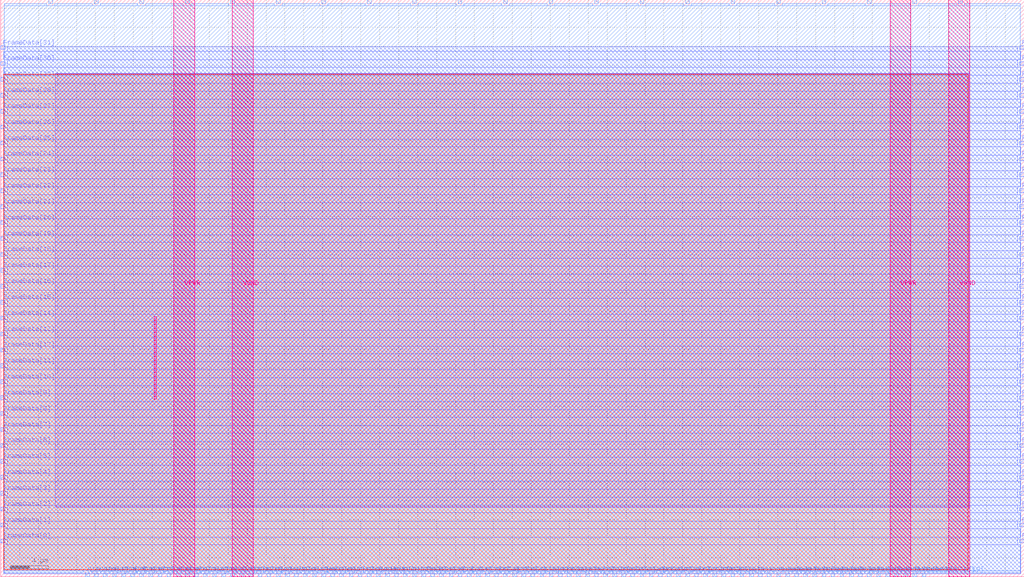
<source format=lef>
VERSION 5.7 ;
  NOWIREEXTENSIONATPIN ON ;
  DIVIDERCHAR "/" ;
  BUSBITCHARS "[]" ;
MACRO N_term_IHP_SRAM
  CLASS BLOCK ;
  FOREIGN N_term_IHP_SRAM ;
  ORIGIN 0.000 0.000 ;
  SIZE 108.000 BY 60.900 ;
  PIN FrameData[0]
    DIRECTION INPUT ;
    USE SIGNAL ;
    ANTENNAGATEAREA 0.180700 ;
    PORT
      LAYER Metal2 ;
        RECT 0.000 3.580 0.450 3.980 ;
    END
  END FrameData[0]
  PIN FrameData[10]
    DIRECTION INPUT ;
    USE SIGNAL ;
    ANTENNAGATEAREA 0.180700 ;
    PORT
      LAYER Metal2 ;
        RECT 0.000 20.380 0.450 20.780 ;
    END
  END FrameData[10]
  PIN FrameData[11]
    DIRECTION INPUT ;
    USE SIGNAL ;
    ANTENNAGATEAREA 0.180700 ;
    PORT
      LAYER Metal2 ;
        RECT 0.000 22.060 0.450 22.460 ;
    END
  END FrameData[11]
  PIN FrameData[12]
    DIRECTION INPUT ;
    USE SIGNAL ;
    ANTENNAGATEAREA 0.180700 ;
    PORT
      LAYER Metal2 ;
        RECT 0.000 23.740 0.450 24.140 ;
    END
  END FrameData[12]
  PIN FrameData[13]
    DIRECTION INPUT ;
    USE SIGNAL ;
    ANTENNAGATEAREA 0.180700 ;
    PORT
      LAYER Metal2 ;
        RECT 0.000 25.420 0.450 25.820 ;
    END
  END FrameData[13]
  PIN FrameData[14]
    DIRECTION INPUT ;
    USE SIGNAL ;
    ANTENNAGATEAREA 0.180700 ;
    PORT
      LAYER Metal2 ;
        RECT 0.000 27.100 0.450 27.500 ;
    END
  END FrameData[14]
  PIN FrameData[15]
    DIRECTION INPUT ;
    USE SIGNAL ;
    ANTENNAGATEAREA 0.180700 ;
    PORT
      LAYER Metal2 ;
        RECT 0.000 28.780 0.450 29.180 ;
    END
  END FrameData[15]
  PIN FrameData[16]
    DIRECTION INPUT ;
    USE SIGNAL ;
    ANTENNAGATEAREA 0.180700 ;
    PORT
      LAYER Metal2 ;
        RECT 0.000 30.460 0.450 30.860 ;
    END
  END FrameData[16]
  PIN FrameData[17]
    DIRECTION INPUT ;
    USE SIGNAL ;
    ANTENNAGATEAREA 0.180700 ;
    PORT
      LAYER Metal2 ;
        RECT 0.000 32.140 0.450 32.540 ;
    END
  END FrameData[17]
  PIN FrameData[18]
    DIRECTION INPUT ;
    USE SIGNAL ;
    ANTENNAGATEAREA 0.180700 ;
    PORT
      LAYER Metal2 ;
        RECT 0.000 33.820 0.450 34.220 ;
    END
  END FrameData[18]
  PIN FrameData[19]
    DIRECTION INPUT ;
    USE SIGNAL ;
    ANTENNAGATEAREA 0.180700 ;
    PORT
      LAYER Metal2 ;
        RECT 0.000 35.500 0.450 35.900 ;
    END
  END FrameData[19]
  PIN FrameData[1]
    DIRECTION INPUT ;
    USE SIGNAL ;
    ANTENNAGATEAREA 0.180700 ;
    PORT
      LAYER Metal2 ;
        RECT 0.000 5.260 0.450 5.660 ;
    END
  END FrameData[1]
  PIN FrameData[20]
    DIRECTION INPUT ;
    USE SIGNAL ;
    ANTENNAGATEAREA 0.180700 ;
    PORT
      LAYER Metal2 ;
        RECT 0.000 37.180 0.450 37.580 ;
    END
  END FrameData[20]
  PIN FrameData[21]
    DIRECTION INPUT ;
    USE SIGNAL ;
    ANTENNAGATEAREA 0.180700 ;
    PORT
      LAYER Metal2 ;
        RECT 0.000 38.860 0.450 39.260 ;
    END
  END FrameData[21]
  PIN FrameData[22]
    DIRECTION INPUT ;
    USE SIGNAL ;
    ANTENNAGATEAREA 0.180700 ;
    PORT
      LAYER Metal2 ;
        RECT 0.000 40.540 0.450 40.940 ;
    END
  END FrameData[22]
  PIN FrameData[23]
    DIRECTION INPUT ;
    USE SIGNAL ;
    ANTENNAGATEAREA 0.180700 ;
    PORT
      LAYER Metal2 ;
        RECT 0.000 42.220 0.450 42.620 ;
    END
  END FrameData[23]
  PIN FrameData[24]
    DIRECTION INPUT ;
    USE SIGNAL ;
    ANTENNAGATEAREA 0.180700 ;
    PORT
      LAYER Metal2 ;
        RECT 0.000 43.900 0.450 44.300 ;
    END
  END FrameData[24]
  PIN FrameData[25]
    DIRECTION INPUT ;
    USE SIGNAL ;
    ANTENNAGATEAREA 0.180700 ;
    PORT
      LAYER Metal2 ;
        RECT 0.000 45.580 0.450 45.980 ;
    END
  END FrameData[25]
  PIN FrameData[26]
    DIRECTION INPUT ;
    USE SIGNAL ;
    ANTENNAGATEAREA 0.180700 ;
    PORT
      LAYER Metal2 ;
        RECT 0.000 47.260 0.450 47.660 ;
    END
  END FrameData[26]
  PIN FrameData[27]
    DIRECTION INPUT ;
    USE SIGNAL ;
    ANTENNAGATEAREA 0.180700 ;
    PORT
      LAYER Metal2 ;
        RECT 0.000 48.940 0.450 49.340 ;
    END
  END FrameData[27]
  PIN FrameData[28]
    DIRECTION INPUT ;
    USE SIGNAL ;
    ANTENNAGATEAREA 0.180700 ;
    PORT
      LAYER Metal2 ;
        RECT 0.000 50.620 0.450 51.020 ;
    END
  END FrameData[28]
  PIN FrameData[29]
    DIRECTION INPUT ;
    USE SIGNAL ;
    ANTENNAGATEAREA 0.180700 ;
    PORT
      LAYER Metal2 ;
        RECT 0.000 52.300 0.450 52.700 ;
    END
  END FrameData[29]
  PIN FrameData[2]
    DIRECTION INPUT ;
    USE SIGNAL ;
    ANTENNAGATEAREA 0.180700 ;
    PORT
      LAYER Metal2 ;
        RECT 0.000 6.940 0.450 7.340 ;
    END
  END FrameData[2]
  PIN FrameData[30]
    DIRECTION INPUT ;
    USE SIGNAL ;
    ANTENNAGATEAREA 0.180700 ;
    PORT
      LAYER Metal2 ;
        RECT 0.000 53.980 0.450 54.380 ;
    END
  END FrameData[30]
  PIN FrameData[31]
    DIRECTION INPUT ;
    USE SIGNAL ;
    ANTENNAGATEAREA 0.180700 ;
    PORT
      LAYER Metal2 ;
        RECT 0.000 55.660 0.450 56.060 ;
    END
  END FrameData[31]
  PIN FrameData[3]
    DIRECTION INPUT ;
    USE SIGNAL ;
    ANTENNAGATEAREA 0.180700 ;
    PORT
      LAYER Metal2 ;
        RECT 0.000 8.620 0.450 9.020 ;
    END
  END FrameData[3]
  PIN FrameData[4]
    DIRECTION INPUT ;
    USE SIGNAL ;
    ANTENNAGATEAREA 0.180700 ;
    PORT
      LAYER Metal2 ;
        RECT 0.000 10.300 0.450 10.700 ;
    END
  END FrameData[4]
  PIN FrameData[5]
    DIRECTION INPUT ;
    USE SIGNAL ;
    ANTENNAGATEAREA 0.180700 ;
    PORT
      LAYER Metal2 ;
        RECT 0.000 11.980 0.450 12.380 ;
    END
  END FrameData[5]
  PIN FrameData[6]
    DIRECTION INPUT ;
    USE SIGNAL ;
    ANTENNAGATEAREA 0.180700 ;
    PORT
      LAYER Metal2 ;
        RECT 0.000 13.660 0.450 14.060 ;
    END
  END FrameData[6]
  PIN FrameData[7]
    DIRECTION INPUT ;
    USE SIGNAL ;
    ANTENNAGATEAREA 0.180700 ;
    PORT
      LAYER Metal2 ;
        RECT 0.000 15.340 0.450 15.740 ;
    END
  END FrameData[7]
  PIN FrameData[8]
    DIRECTION INPUT ;
    USE SIGNAL ;
    ANTENNAGATEAREA 0.180700 ;
    PORT
      LAYER Metal2 ;
        RECT 0.000 17.020 0.450 17.420 ;
    END
  END FrameData[8]
  PIN FrameData[9]
    DIRECTION INPUT ;
    USE SIGNAL ;
    ANTENNAGATEAREA 0.180700 ;
    PORT
      LAYER Metal2 ;
        RECT 0.000 18.700 0.450 19.100 ;
    END
  END FrameData[9]
  PIN FrameData_O[0]
    DIRECTION OUTPUT ;
    USE SIGNAL ;
    ANTENNADIFFAREA 0.654800 ;
    PORT
      LAYER Metal2 ;
        RECT 107.550 3.580 108.000 3.980 ;
    END
  END FrameData_O[0]
  PIN FrameData_O[10]
    DIRECTION OUTPUT ;
    USE SIGNAL ;
    ANTENNADIFFAREA 0.654800 ;
    PORT
      LAYER Metal2 ;
        RECT 107.550 20.380 108.000 20.780 ;
    END
  END FrameData_O[10]
  PIN FrameData_O[11]
    DIRECTION OUTPUT ;
    USE SIGNAL ;
    ANTENNADIFFAREA 0.654800 ;
    PORT
      LAYER Metal2 ;
        RECT 107.550 22.060 108.000 22.460 ;
    END
  END FrameData_O[11]
  PIN FrameData_O[12]
    DIRECTION OUTPUT ;
    USE SIGNAL ;
    ANTENNADIFFAREA 0.654800 ;
    PORT
      LAYER Metal2 ;
        RECT 107.550 23.740 108.000 24.140 ;
    END
  END FrameData_O[12]
  PIN FrameData_O[13]
    DIRECTION OUTPUT ;
    USE SIGNAL ;
    ANTENNADIFFAREA 0.654800 ;
    PORT
      LAYER Metal2 ;
        RECT 107.550 25.420 108.000 25.820 ;
    END
  END FrameData_O[13]
  PIN FrameData_O[14]
    DIRECTION OUTPUT ;
    USE SIGNAL ;
    ANTENNADIFFAREA 0.654800 ;
    PORT
      LAYER Metal2 ;
        RECT 107.550 27.100 108.000 27.500 ;
    END
  END FrameData_O[14]
  PIN FrameData_O[15]
    DIRECTION OUTPUT ;
    USE SIGNAL ;
    ANTENNADIFFAREA 0.654800 ;
    PORT
      LAYER Metal2 ;
        RECT 107.550 28.780 108.000 29.180 ;
    END
  END FrameData_O[15]
  PIN FrameData_O[16]
    DIRECTION OUTPUT ;
    USE SIGNAL ;
    ANTENNADIFFAREA 0.654800 ;
    PORT
      LAYER Metal2 ;
        RECT 107.550 30.460 108.000 30.860 ;
    END
  END FrameData_O[16]
  PIN FrameData_O[17]
    DIRECTION OUTPUT ;
    USE SIGNAL ;
    ANTENNADIFFAREA 0.654800 ;
    PORT
      LAYER Metal2 ;
        RECT 107.550 32.140 108.000 32.540 ;
    END
  END FrameData_O[17]
  PIN FrameData_O[18]
    DIRECTION OUTPUT ;
    USE SIGNAL ;
    ANTENNADIFFAREA 0.654800 ;
    PORT
      LAYER Metal2 ;
        RECT 107.550 33.820 108.000 34.220 ;
    END
  END FrameData_O[18]
  PIN FrameData_O[19]
    DIRECTION OUTPUT ;
    USE SIGNAL ;
    ANTENNADIFFAREA 0.654800 ;
    PORT
      LAYER Metal2 ;
        RECT 107.550 35.500 108.000 35.900 ;
    END
  END FrameData_O[19]
  PIN FrameData_O[1]
    DIRECTION OUTPUT ;
    USE SIGNAL ;
    ANTENNADIFFAREA 0.654800 ;
    PORT
      LAYER Metal2 ;
        RECT 107.550 5.260 108.000 5.660 ;
    END
  END FrameData_O[1]
  PIN FrameData_O[20]
    DIRECTION OUTPUT ;
    USE SIGNAL ;
    ANTENNADIFFAREA 0.654800 ;
    PORT
      LAYER Metal2 ;
        RECT 107.550 37.180 108.000 37.580 ;
    END
  END FrameData_O[20]
  PIN FrameData_O[21]
    DIRECTION OUTPUT ;
    USE SIGNAL ;
    ANTENNADIFFAREA 0.654800 ;
    PORT
      LAYER Metal2 ;
        RECT 107.550 38.860 108.000 39.260 ;
    END
  END FrameData_O[21]
  PIN FrameData_O[22]
    DIRECTION OUTPUT ;
    USE SIGNAL ;
    ANTENNADIFFAREA 0.654800 ;
    PORT
      LAYER Metal2 ;
        RECT 107.550 40.540 108.000 40.940 ;
    END
  END FrameData_O[22]
  PIN FrameData_O[23]
    DIRECTION OUTPUT ;
    USE SIGNAL ;
    ANTENNADIFFAREA 0.654800 ;
    PORT
      LAYER Metal2 ;
        RECT 107.550 42.220 108.000 42.620 ;
    END
  END FrameData_O[23]
  PIN FrameData_O[24]
    DIRECTION OUTPUT ;
    USE SIGNAL ;
    ANTENNADIFFAREA 0.654800 ;
    PORT
      LAYER Metal2 ;
        RECT 107.550 43.900 108.000 44.300 ;
    END
  END FrameData_O[24]
  PIN FrameData_O[25]
    DIRECTION OUTPUT ;
    USE SIGNAL ;
    ANTENNADIFFAREA 0.654800 ;
    PORT
      LAYER Metal2 ;
        RECT 107.550 45.580 108.000 45.980 ;
    END
  END FrameData_O[25]
  PIN FrameData_O[26]
    DIRECTION OUTPUT ;
    USE SIGNAL ;
    ANTENNADIFFAREA 0.654800 ;
    PORT
      LAYER Metal2 ;
        RECT 107.550 47.260 108.000 47.660 ;
    END
  END FrameData_O[26]
  PIN FrameData_O[27]
    DIRECTION OUTPUT ;
    USE SIGNAL ;
    ANTENNADIFFAREA 0.654800 ;
    PORT
      LAYER Metal2 ;
        RECT 107.550 48.940 108.000 49.340 ;
    END
  END FrameData_O[27]
  PIN FrameData_O[28]
    DIRECTION OUTPUT ;
    USE SIGNAL ;
    ANTENNADIFFAREA 0.654800 ;
    PORT
      LAYER Metal2 ;
        RECT 107.550 50.620 108.000 51.020 ;
    END
  END FrameData_O[28]
  PIN FrameData_O[29]
    DIRECTION OUTPUT ;
    USE SIGNAL ;
    ANTENNADIFFAREA 0.654800 ;
    PORT
      LAYER Metal2 ;
        RECT 107.550 52.300 108.000 52.700 ;
    END
  END FrameData_O[29]
  PIN FrameData_O[2]
    DIRECTION OUTPUT ;
    USE SIGNAL ;
    ANTENNADIFFAREA 0.654800 ;
    PORT
      LAYER Metal2 ;
        RECT 107.550 6.940 108.000 7.340 ;
    END
  END FrameData_O[2]
  PIN FrameData_O[30]
    DIRECTION OUTPUT ;
    USE SIGNAL ;
    ANTENNADIFFAREA 0.654800 ;
    PORT
      LAYER Metal2 ;
        RECT 107.550 53.980 108.000 54.380 ;
    END
  END FrameData_O[30]
  PIN FrameData_O[31]
    DIRECTION OUTPUT ;
    USE SIGNAL ;
    ANTENNADIFFAREA 0.654800 ;
    PORT
      LAYER Metal2 ;
        RECT 107.550 55.660 108.000 56.060 ;
    END
  END FrameData_O[31]
  PIN FrameData_O[3]
    DIRECTION OUTPUT ;
    USE SIGNAL ;
    ANTENNADIFFAREA 0.654800 ;
    PORT
      LAYER Metal2 ;
        RECT 107.550 8.620 108.000 9.020 ;
    END
  END FrameData_O[3]
  PIN FrameData_O[4]
    DIRECTION OUTPUT ;
    USE SIGNAL ;
    ANTENNADIFFAREA 0.654800 ;
    PORT
      LAYER Metal2 ;
        RECT 107.550 10.300 108.000 10.700 ;
    END
  END FrameData_O[4]
  PIN FrameData_O[5]
    DIRECTION OUTPUT ;
    USE SIGNAL ;
    ANTENNADIFFAREA 0.654800 ;
    PORT
      LAYER Metal2 ;
        RECT 107.550 11.980 108.000 12.380 ;
    END
  END FrameData_O[5]
  PIN FrameData_O[6]
    DIRECTION OUTPUT ;
    USE SIGNAL ;
    ANTENNADIFFAREA 0.654800 ;
    PORT
      LAYER Metal2 ;
        RECT 107.550 13.660 108.000 14.060 ;
    END
  END FrameData_O[6]
  PIN FrameData_O[7]
    DIRECTION OUTPUT ;
    USE SIGNAL ;
    ANTENNADIFFAREA 0.654800 ;
    PORT
      LAYER Metal2 ;
        RECT 107.550 15.340 108.000 15.740 ;
    END
  END FrameData_O[7]
  PIN FrameData_O[8]
    DIRECTION OUTPUT ;
    USE SIGNAL ;
    ANTENNADIFFAREA 0.654800 ;
    PORT
      LAYER Metal2 ;
        RECT 107.550 17.020 108.000 17.420 ;
    END
  END FrameData_O[8]
  PIN FrameData_O[9]
    DIRECTION OUTPUT ;
    USE SIGNAL ;
    ANTENNADIFFAREA 0.654800 ;
    PORT
      LAYER Metal2 ;
        RECT 107.550 18.700 108.000 19.100 ;
    END
  END FrameData_O[9]
  PIN FrameStrobe[0]
    DIRECTION INPUT ;
    USE SIGNAL ;
    ANTENNAGATEAREA 0.180700 ;
    PORT
      LAYER Metal3 ;
        RECT 79.000 0.000 79.400 0.400 ;
    END
  END FrameStrobe[0]
  PIN FrameStrobe[10]
    DIRECTION INPUT ;
    USE SIGNAL ;
    ANTENNAGATEAREA 0.180700 ;
    PORT
      LAYER Metal3 ;
        RECT 88.600 0.000 89.000 0.400 ;
    END
  END FrameStrobe[10]
  PIN FrameStrobe[11]
    DIRECTION INPUT ;
    USE SIGNAL ;
    ANTENNAGATEAREA 0.180700 ;
    PORT
      LAYER Metal3 ;
        RECT 89.560 0.000 89.960 0.400 ;
    END
  END FrameStrobe[11]
  PIN FrameStrobe[12]
    DIRECTION INPUT ;
    USE SIGNAL ;
    ANTENNAGATEAREA 0.180700 ;
    PORT
      LAYER Metal3 ;
        RECT 90.520 0.000 90.920 0.400 ;
    END
  END FrameStrobe[12]
  PIN FrameStrobe[13]
    DIRECTION INPUT ;
    USE SIGNAL ;
    ANTENNAGATEAREA 0.180700 ;
    PORT
      LAYER Metal3 ;
        RECT 91.480 0.000 91.880 0.400 ;
    END
  END FrameStrobe[13]
  PIN FrameStrobe[14]
    DIRECTION INPUT ;
    USE SIGNAL ;
    ANTENNAGATEAREA 0.180700 ;
    PORT
      LAYER Metal3 ;
        RECT 92.440 0.000 92.840 0.400 ;
    END
  END FrameStrobe[14]
  PIN FrameStrobe[15]
    DIRECTION INPUT ;
    USE SIGNAL ;
    ANTENNAGATEAREA 0.180700 ;
    PORT
      LAYER Metal3 ;
        RECT 93.400 0.000 93.800 0.400 ;
    END
  END FrameStrobe[15]
  PIN FrameStrobe[16]
    DIRECTION INPUT ;
    USE SIGNAL ;
    ANTENNAGATEAREA 0.180700 ;
    PORT
      LAYER Metal3 ;
        RECT 94.360 0.000 94.760 0.400 ;
    END
  END FrameStrobe[16]
  PIN FrameStrobe[17]
    DIRECTION INPUT ;
    USE SIGNAL ;
    ANTENNAGATEAREA 0.180700 ;
    PORT
      LAYER Metal3 ;
        RECT 95.320 0.000 95.720 0.400 ;
    END
  END FrameStrobe[17]
  PIN FrameStrobe[18]
    DIRECTION INPUT ;
    USE SIGNAL ;
    ANTENNAGATEAREA 0.180700 ;
    PORT
      LAYER Metal3 ;
        RECT 96.280 0.000 96.680 0.400 ;
    END
  END FrameStrobe[18]
  PIN FrameStrobe[19]
    DIRECTION INPUT ;
    USE SIGNAL ;
    ANTENNAGATEAREA 0.180700 ;
    PORT
      LAYER Metal3 ;
        RECT 97.240 0.000 97.640 0.400 ;
    END
  END FrameStrobe[19]
  PIN FrameStrobe[1]
    DIRECTION INPUT ;
    USE SIGNAL ;
    ANTENNAGATEAREA 0.180700 ;
    PORT
      LAYER Metal3 ;
        RECT 79.960 0.000 80.360 0.400 ;
    END
  END FrameStrobe[1]
  PIN FrameStrobe[2]
    DIRECTION INPUT ;
    USE SIGNAL ;
    ANTENNAGATEAREA 0.180700 ;
    PORT
      LAYER Metal3 ;
        RECT 80.920 0.000 81.320 0.400 ;
    END
  END FrameStrobe[2]
  PIN FrameStrobe[3]
    DIRECTION INPUT ;
    USE SIGNAL ;
    ANTENNAGATEAREA 0.180700 ;
    PORT
      LAYER Metal3 ;
        RECT 81.880 0.000 82.280 0.400 ;
    END
  END FrameStrobe[3]
  PIN FrameStrobe[4]
    DIRECTION INPUT ;
    USE SIGNAL ;
    ANTENNAGATEAREA 0.180700 ;
    PORT
      LAYER Metal3 ;
        RECT 82.840 0.000 83.240 0.400 ;
    END
  END FrameStrobe[4]
  PIN FrameStrobe[5]
    DIRECTION INPUT ;
    USE SIGNAL ;
    ANTENNAGATEAREA 0.180700 ;
    PORT
      LAYER Metal3 ;
        RECT 83.800 0.000 84.200 0.400 ;
    END
  END FrameStrobe[5]
  PIN FrameStrobe[6]
    DIRECTION INPUT ;
    USE SIGNAL ;
    ANTENNAGATEAREA 0.180700 ;
    PORT
      LAYER Metal3 ;
        RECT 84.760 0.000 85.160 0.400 ;
    END
  END FrameStrobe[6]
  PIN FrameStrobe[7]
    DIRECTION INPUT ;
    USE SIGNAL ;
    ANTENNAGATEAREA 0.180700 ;
    PORT
      LAYER Metal3 ;
        RECT 85.720 0.000 86.120 0.400 ;
    END
  END FrameStrobe[7]
  PIN FrameStrobe[8]
    DIRECTION INPUT ;
    USE SIGNAL ;
    ANTENNAGATEAREA 0.180700 ;
    PORT
      LAYER Metal3 ;
        RECT 86.680 0.000 87.080 0.400 ;
    END
  END FrameStrobe[8]
  PIN FrameStrobe[9]
    DIRECTION INPUT ;
    USE SIGNAL ;
    ANTENNAGATEAREA 0.180700 ;
    PORT
      LAYER Metal3 ;
        RECT 87.640 0.000 88.040 0.400 ;
    END
  END FrameStrobe[9]
  PIN FrameStrobe_O[0]
    DIRECTION OUTPUT ;
    USE SIGNAL ;
    ANTENNADIFFAREA 0.654800 ;
    PORT
      LAYER Metal3 ;
        RECT 9.880 60.500 10.280 60.900 ;
    END
  END FrameStrobe_O[0]
  PIN FrameStrobe_O[10]
    DIRECTION OUTPUT ;
    USE SIGNAL ;
    ANTENNADIFFAREA 0.654800 ;
    PORT
      LAYER Metal3 ;
        RECT 57.880 60.500 58.280 60.900 ;
    END
  END FrameStrobe_O[10]
  PIN FrameStrobe_O[11]
    DIRECTION OUTPUT ;
    USE SIGNAL ;
    ANTENNADIFFAREA 0.654800 ;
    PORT
      LAYER Metal3 ;
        RECT 62.680 60.500 63.080 60.900 ;
    END
  END FrameStrobe_O[11]
  PIN FrameStrobe_O[12]
    DIRECTION OUTPUT ;
    USE SIGNAL ;
    ANTENNADIFFAREA 0.654800 ;
    PORT
      LAYER Metal3 ;
        RECT 67.480 60.500 67.880 60.900 ;
    END
  END FrameStrobe_O[12]
  PIN FrameStrobe_O[13]
    DIRECTION OUTPUT ;
    USE SIGNAL ;
    ANTENNADIFFAREA 0.654800 ;
    PORT
      LAYER Metal3 ;
        RECT 72.280 60.500 72.680 60.900 ;
    END
  END FrameStrobe_O[13]
  PIN FrameStrobe_O[14]
    DIRECTION OUTPUT ;
    USE SIGNAL ;
    ANTENNADIFFAREA 0.654800 ;
    PORT
      LAYER Metal3 ;
        RECT 77.080 60.500 77.480 60.900 ;
    END
  END FrameStrobe_O[14]
  PIN FrameStrobe_O[15]
    DIRECTION OUTPUT ;
    USE SIGNAL ;
    ANTENNADIFFAREA 0.654800 ;
    PORT
      LAYER Metal3 ;
        RECT 81.880 60.500 82.280 60.900 ;
    END
  END FrameStrobe_O[15]
  PIN FrameStrobe_O[16]
    DIRECTION OUTPUT ;
    USE SIGNAL ;
    ANTENNADIFFAREA 0.654800 ;
    PORT
      LAYER Metal3 ;
        RECT 86.680 60.500 87.080 60.900 ;
    END
  END FrameStrobe_O[16]
  PIN FrameStrobe_O[17]
    DIRECTION OUTPUT ;
    USE SIGNAL ;
    ANTENNADIFFAREA 0.654800 ;
    PORT
      LAYER Metal3 ;
        RECT 91.480 60.500 91.880 60.900 ;
    END
  END FrameStrobe_O[17]
  PIN FrameStrobe_O[18]
    DIRECTION OUTPUT ;
    USE SIGNAL ;
    ANTENNADIFFAREA 0.654800 ;
    PORT
      LAYER Metal3 ;
        RECT 96.280 60.500 96.680 60.900 ;
    END
  END FrameStrobe_O[18]
  PIN FrameStrobe_O[19]
    DIRECTION OUTPUT ;
    USE SIGNAL ;
    ANTENNADIFFAREA 0.654800 ;
    PORT
      LAYER Metal3 ;
        RECT 101.080 60.500 101.480 60.900 ;
    END
  END FrameStrobe_O[19]
  PIN FrameStrobe_O[1]
    DIRECTION OUTPUT ;
    USE SIGNAL ;
    ANTENNADIFFAREA 0.654800 ;
    PORT
      LAYER Metal3 ;
        RECT 14.680 60.500 15.080 60.900 ;
    END
  END FrameStrobe_O[1]
  PIN FrameStrobe_O[2]
    DIRECTION OUTPUT ;
    USE SIGNAL ;
    ANTENNADIFFAREA 0.654800 ;
    PORT
      LAYER Metal3 ;
        RECT 19.480 60.500 19.880 60.900 ;
    END
  END FrameStrobe_O[2]
  PIN FrameStrobe_O[3]
    DIRECTION OUTPUT ;
    USE SIGNAL ;
    ANTENNADIFFAREA 0.654800 ;
    PORT
      LAYER Metal3 ;
        RECT 24.280 60.500 24.680 60.900 ;
    END
  END FrameStrobe_O[3]
  PIN FrameStrobe_O[4]
    DIRECTION OUTPUT ;
    USE SIGNAL ;
    ANTENNADIFFAREA 0.654800 ;
    PORT
      LAYER Metal3 ;
        RECT 29.080 60.500 29.480 60.900 ;
    END
  END FrameStrobe_O[4]
  PIN FrameStrobe_O[5]
    DIRECTION OUTPUT ;
    USE SIGNAL ;
    ANTENNADIFFAREA 0.654800 ;
    PORT
      LAYER Metal3 ;
        RECT 33.880 60.500 34.280 60.900 ;
    END
  END FrameStrobe_O[5]
  PIN FrameStrobe_O[6]
    DIRECTION OUTPUT ;
    USE SIGNAL ;
    ANTENNADIFFAREA 0.654800 ;
    PORT
      LAYER Metal3 ;
        RECT 38.680 60.500 39.080 60.900 ;
    END
  END FrameStrobe_O[6]
  PIN FrameStrobe_O[7]
    DIRECTION OUTPUT ;
    USE SIGNAL ;
    ANTENNADIFFAREA 0.654800 ;
    PORT
      LAYER Metal3 ;
        RECT 43.480 60.500 43.880 60.900 ;
    END
  END FrameStrobe_O[7]
  PIN FrameStrobe_O[8]
    DIRECTION OUTPUT ;
    USE SIGNAL ;
    ANTENNADIFFAREA 0.654800 ;
    PORT
      LAYER Metal3 ;
        RECT 48.280 60.500 48.680 60.900 ;
    END
  END FrameStrobe_O[8]
  PIN FrameStrobe_O[9]
    DIRECTION OUTPUT ;
    USE SIGNAL ;
    ANTENNADIFFAREA 0.654800 ;
    PORT
      LAYER Metal3 ;
        RECT 53.080 60.500 53.480 60.900 ;
    END
  END FrameStrobe_O[9]
  PIN N1END[0]
    DIRECTION INPUT ;
    USE SIGNAL ;
    ANTENNAGATEAREA 0.180700 ;
    PORT
      LAYER Metal3 ;
        RECT 8.920 0.000 9.320 0.400 ;
    END
  END N1END[0]
  PIN N1END[1]
    DIRECTION INPUT ;
    USE SIGNAL ;
    ANTENNAGATEAREA 0.180700 ;
    PORT
      LAYER Metal3 ;
        RECT 9.880 0.000 10.280 0.400 ;
    END
  END N1END[1]
  PIN N1END[2]
    DIRECTION INPUT ;
    USE SIGNAL ;
    ANTENNAGATEAREA 0.180700 ;
    PORT
      LAYER Metal3 ;
        RECT 10.840 0.000 11.240 0.400 ;
    END
  END N1END[2]
  PIN N1END[3]
    DIRECTION INPUT ;
    USE SIGNAL ;
    ANTENNAGATEAREA 0.180700 ;
    PORT
      LAYER Metal3 ;
        RECT 11.800 0.000 12.200 0.400 ;
    END
  END N1END[3]
  PIN N2END[0]
    DIRECTION INPUT ;
    USE SIGNAL ;
    ANTENNAGATEAREA 0.180700 ;
    PORT
      LAYER Metal3 ;
        RECT 20.440 0.000 20.840 0.400 ;
    END
  END N2END[0]
  PIN N2END[1]
    DIRECTION INPUT ;
    USE SIGNAL ;
    ANTENNAGATEAREA 0.180700 ;
    PORT
      LAYER Metal3 ;
        RECT 21.400 0.000 21.800 0.400 ;
    END
  END N2END[1]
  PIN N2END[2]
    DIRECTION INPUT ;
    USE SIGNAL ;
    ANTENNAGATEAREA 0.180700 ;
    PORT
      LAYER Metal3 ;
        RECT 22.360 0.000 22.760 0.400 ;
    END
  END N2END[2]
  PIN N2END[3]
    DIRECTION INPUT ;
    USE SIGNAL ;
    ANTENNAGATEAREA 0.180700 ;
    PORT
      LAYER Metal3 ;
        RECT 23.320 0.000 23.720 0.400 ;
    END
  END N2END[3]
  PIN N2END[4]
    DIRECTION INPUT ;
    USE SIGNAL ;
    ANTENNAGATEAREA 0.180700 ;
    PORT
      LAYER Metal3 ;
        RECT 24.280 0.000 24.680 0.400 ;
    END
  END N2END[4]
  PIN N2END[5]
    DIRECTION INPUT ;
    USE SIGNAL ;
    ANTENNAGATEAREA 0.180700 ;
    PORT
      LAYER Metal3 ;
        RECT 25.240 0.000 25.640 0.400 ;
    END
  END N2END[5]
  PIN N2END[6]
    DIRECTION INPUT ;
    USE SIGNAL ;
    ANTENNAGATEAREA 0.180700 ;
    PORT
      LAYER Metal3 ;
        RECT 26.200 0.000 26.600 0.400 ;
    END
  END N2END[6]
  PIN N2END[7]
    DIRECTION INPUT ;
    USE SIGNAL ;
    ANTENNAGATEAREA 0.180700 ;
    PORT
      LAYER Metal3 ;
        RECT 27.160 0.000 27.560 0.400 ;
    END
  END N2END[7]
  PIN N2MID[0]
    DIRECTION INPUT ;
    USE SIGNAL ;
    ANTENNAGATEAREA 0.180700 ;
    PORT
      LAYER Metal3 ;
        RECT 12.760 0.000 13.160 0.400 ;
    END
  END N2MID[0]
  PIN N2MID[1]
    DIRECTION INPUT ;
    USE SIGNAL ;
    ANTENNAGATEAREA 0.180700 ;
    PORT
      LAYER Metal3 ;
        RECT 13.720 0.000 14.120 0.400 ;
    END
  END N2MID[1]
  PIN N2MID[2]
    DIRECTION INPUT ;
    USE SIGNAL ;
    ANTENNAGATEAREA 0.180700 ;
    PORT
      LAYER Metal3 ;
        RECT 14.680 0.000 15.080 0.400 ;
    END
  END N2MID[2]
  PIN N2MID[3]
    DIRECTION INPUT ;
    USE SIGNAL ;
    ANTENNAGATEAREA 0.180700 ;
    PORT
      LAYER Metal3 ;
        RECT 15.640 0.000 16.040 0.400 ;
    END
  END N2MID[3]
  PIN N2MID[4]
    DIRECTION INPUT ;
    USE SIGNAL ;
    ANTENNAGATEAREA 0.180700 ;
    PORT
      LAYER Metal3 ;
        RECT 16.600 0.000 17.000 0.400 ;
    END
  END N2MID[4]
  PIN N2MID[5]
    DIRECTION INPUT ;
    USE SIGNAL ;
    ANTENNAGATEAREA 0.180700 ;
    PORT
      LAYER Metal3 ;
        RECT 17.560 0.000 17.960 0.400 ;
    END
  END N2MID[5]
  PIN N2MID[6]
    DIRECTION INPUT ;
    USE SIGNAL ;
    ANTENNAGATEAREA 0.180700 ;
    PORT
      LAYER Metal3 ;
        RECT 18.520 0.000 18.920 0.400 ;
    END
  END N2MID[6]
  PIN N2MID[7]
    DIRECTION INPUT ;
    USE SIGNAL ;
    ANTENNAGATEAREA 0.180700 ;
    PORT
      LAYER Metal3 ;
        RECT 19.480 0.000 19.880 0.400 ;
    END
  END N2MID[7]
  PIN N4END[0]
    DIRECTION INPUT ;
    USE SIGNAL ;
    ANTENNAGATEAREA 0.180700 ;
    PORT
      LAYER Metal3 ;
        RECT 28.120 0.000 28.520 0.400 ;
    END
  END N4END[0]
  PIN N4END[10]
    DIRECTION INPUT ;
    USE SIGNAL ;
    ANTENNAGATEAREA 0.180700 ;
    PORT
      LAYER Metal3 ;
        RECT 37.720 0.000 38.120 0.400 ;
    END
  END N4END[10]
  PIN N4END[11]
    DIRECTION INPUT ;
    USE SIGNAL ;
    ANTENNAGATEAREA 0.180700 ;
    PORT
      LAYER Metal3 ;
        RECT 38.680 0.000 39.080 0.400 ;
    END
  END N4END[11]
  PIN N4END[12]
    DIRECTION INPUT ;
    USE SIGNAL ;
    ANTENNAGATEAREA 0.180700 ;
    PORT
      LAYER Metal3 ;
        RECT 39.640 0.000 40.040 0.400 ;
    END
  END N4END[12]
  PIN N4END[13]
    DIRECTION INPUT ;
    USE SIGNAL ;
    ANTENNAGATEAREA 0.180700 ;
    PORT
      LAYER Metal3 ;
        RECT 40.600 0.000 41.000 0.400 ;
    END
  END N4END[13]
  PIN N4END[14]
    DIRECTION INPUT ;
    USE SIGNAL ;
    ANTENNAGATEAREA 0.180700 ;
    PORT
      LAYER Metal3 ;
        RECT 41.560 0.000 41.960 0.400 ;
    END
  END N4END[14]
  PIN N4END[15]
    DIRECTION INPUT ;
    USE SIGNAL ;
    ANTENNAGATEAREA 0.180700 ;
    PORT
      LAYER Metal3 ;
        RECT 42.520 0.000 42.920 0.400 ;
    END
  END N4END[15]
  PIN N4END[1]
    DIRECTION INPUT ;
    USE SIGNAL ;
    ANTENNAGATEAREA 0.180700 ;
    PORT
      LAYER Metal3 ;
        RECT 29.080 0.000 29.480 0.400 ;
    END
  END N4END[1]
  PIN N4END[2]
    DIRECTION INPUT ;
    USE SIGNAL ;
    ANTENNAGATEAREA 0.180700 ;
    PORT
      LAYER Metal3 ;
        RECT 30.040 0.000 30.440 0.400 ;
    END
  END N4END[2]
  PIN N4END[3]
    DIRECTION INPUT ;
    USE SIGNAL ;
    ANTENNAGATEAREA 0.180700 ;
    PORT
      LAYER Metal3 ;
        RECT 31.000 0.000 31.400 0.400 ;
    END
  END N4END[3]
  PIN N4END[4]
    DIRECTION INPUT ;
    USE SIGNAL ;
    ANTENNAGATEAREA 0.180700 ;
    PORT
      LAYER Metal3 ;
        RECT 31.960 0.000 32.360 0.400 ;
    END
  END N4END[4]
  PIN N4END[5]
    DIRECTION INPUT ;
    USE SIGNAL ;
    ANTENNAGATEAREA 0.180700 ;
    PORT
      LAYER Metal3 ;
        RECT 32.920 0.000 33.320 0.400 ;
    END
  END N4END[5]
  PIN N4END[6]
    DIRECTION INPUT ;
    USE SIGNAL ;
    ANTENNAGATEAREA 0.180700 ;
    PORT
      LAYER Metal3 ;
        RECT 33.880 0.000 34.280 0.400 ;
    END
  END N4END[6]
  PIN N4END[7]
    DIRECTION INPUT ;
    USE SIGNAL ;
    ANTENNAGATEAREA 0.180700 ;
    PORT
      LAYER Metal3 ;
        RECT 34.840 0.000 35.240 0.400 ;
    END
  END N4END[7]
  PIN N4END[8]
    DIRECTION INPUT ;
    USE SIGNAL ;
    ANTENNAGATEAREA 0.180700 ;
    PORT
      LAYER Metal3 ;
        RECT 35.800 0.000 36.200 0.400 ;
    END
  END N4END[8]
  PIN N4END[9]
    DIRECTION INPUT ;
    USE SIGNAL ;
    ANTENNAGATEAREA 0.180700 ;
    PORT
      LAYER Metal3 ;
        RECT 36.760 0.000 37.160 0.400 ;
    END
  END N4END[9]
  PIN S1BEG[0]
    DIRECTION OUTPUT ;
    USE SIGNAL ;
    ANTENNADIFFAREA 0.654800 ;
    PORT
      LAYER Metal3 ;
        RECT 43.480 0.000 43.880 0.400 ;
    END
  END S1BEG[0]
  PIN S1BEG[1]
    DIRECTION OUTPUT ;
    USE SIGNAL ;
    ANTENNADIFFAREA 0.654800 ;
    PORT
      LAYER Metal3 ;
        RECT 44.440 0.000 44.840 0.400 ;
    END
  END S1BEG[1]
  PIN S1BEG[2]
    DIRECTION OUTPUT ;
    USE SIGNAL ;
    ANTENNADIFFAREA 0.654800 ;
    PORT
      LAYER Metal3 ;
        RECT 45.400 0.000 45.800 0.400 ;
    END
  END S1BEG[2]
  PIN S1BEG[3]
    DIRECTION OUTPUT ;
    USE SIGNAL ;
    ANTENNADIFFAREA 0.654800 ;
    PORT
      LAYER Metal3 ;
        RECT 46.360 0.000 46.760 0.400 ;
    END
  END S1BEG[3]
  PIN S2BEG[0]
    DIRECTION OUTPUT ;
    USE SIGNAL ;
    ANTENNADIFFAREA 0.654800 ;
    PORT
      LAYER Metal3 ;
        RECT 47.320 0.000 47.720 0.400 ;
    END
  END S2BEG[0]
  PIN S2BEG[1]
    DIRECTION OUTPUT ;
    USE SIGNAL ;
    ANTENNADIFFAREA 0.654800 ;
    PORT
      LAYER Metal3 ;
        RECT 48.280 0.000 48.680 0.400 ;
    END
  END S2BEG[1]
  PIN S2BEG[2]
    DIRECTION OUTPUT ;
    USE SIGNAL ;
    ANTENNADIFFAREA 0.654800 ;
    PORT
      LAYER Metal3 ;
        RECT 49.240 0.000 49.640 0.400 ;
    END
  END S2BEG[2]
  PIN S2BEG[3]
    DIRECTION OUTPUT ;
    USE SIGNAL ;
    ANTENNADIFFAREA 0.654800 ;
    PORT
      LAYER Metal3 ;
        RECT 50.200 0.000 50.600 0.400 ;
    END
  END S2BEG[3]
  PIN S2BEG[4]
    DIRECTION OUTPUT ;
    USE SIGNAL ;
    ANTENNADIFFAREA 0.654800 ;
    PORT
      LAYER Metal3 ;
        RECT 51.160 0.000 51.560 0.400 ;
    END
  END S2BEG[4]
  PIN S2BEG[5]
    DIRECTION OUTPUT ;
    USE SIGNAL ;
    ANTENNADIFFAREA 0.654800 ;
    PORT
      LAYER Metal3 ;
        RECT 52.120 0.000 52.520 0.400 ;
    END
  END S2BEG[5]
  PIN S2BEG[6]
    DIRECTION OUTPUT ;
    USE SIGNAL ;
    ANTENNADIFFAREA 0.654800 ;
    PORT
      LAYER Metal3 ;
        RECT 53.080 0.000 53.480 0.400 ;
    END
  END S2BEG[6]
  PIN S2BEG[7]
    DIRECTION OUTPUT ;
    USE SIGNAL ;
    ANTENNADIFFAREA 0.654800 ;
    PORT
      LAYER Metal3 ;
        RECT 54.040 0.000 54.440 0.400 ;
    END
  END S2BEG[7]
  PIN S2BEGb[0]
    DIRECTION OUTPUT ;
    USE SIGNAL ;
    ANTENNADIFFAREA 0.654800 ;
    PORT
      LAYER Metal3 ;
        RECT 55.000 0.000 55.400 0.400 ;
    END
  END S2BEGb[0]
  PIN S2BEGb[1]
    DIRECTION OUTPUT ;
    USE SIGNAL ;
    ANTENNADIFFAREA 0.654800 ;
    PORT
      LAYER Metal3 ;
        RECT 55.960 0.000 56.360 0.400 ;
    END
  END S2BEGb[1]
  PIN S2BEGb[2]
    DIRECTION OUTPUT ;
    USE SIGNAL ;
    ANTENNADIFFAREA 0.654800 ;
    PORT
      LAYER Metal3 ;
        RECT 56.920 0.000 57.320 0.400 ;
    END
  END S2BEGb[2]
  PIN S2BEGb[3]
    DIRECTION OUTPUT ;
    USE SIGNAL ;
    ANTENNADIFFAREA 0.654800 ;
    PORT
      LAYER Metal3 ;
        RECT 57.880 0.000 58.280 0.400 ;
    END
  END S2BEGb[3]
  PIN S2BEGb[4]
    DIRECTION OUTPUT ;
    USE SIGNAL ;
    ANTENNADIFFAREA 0.654800 ;
    PORT
      LAYER Metal3 ;
        RECT 58.840 0.000 59.240 0.400 ;
    END
  END S2BEGb[4]
  PIN S2BEGb[5]
    DIRECTION OUTPUT ;
    USE SIGNAL ;
    ANTENNADIFFAREA 0.654800 ;
    PORT
      LAYER Metal3 ;
        RECT 59.800 0.000 60.200 0.400 ;
    END
  END S2BEGb[5]
  PIN S2BEGb[6]
    DIRECTION OUTPUT ;
    USE SIGNAL ;
    ANTENNADIFFAREA 0.654800 ;
    PORT
      LAYER Metal3 ;
        RECT 60.760 0.000 61.160 0.400 ;
    END
  END S2BEGb[6]
  PIN S2BEGb[7]
    DIRECTION OUTPUT ;
    USE SIGNAL ;
    ANTENNADIFFAREA 0.654800 ;
    PORT
      LAYER Metal3 ;
        RECT 61.720 0.000 62.120 0.400 ;
    END
  END S2BEGb[7]
  PIN S4BEG[0]
    DIRECTION OUTPUT ;
    USE SIGNAL ;
    ANTENNADIFFAREA 0.654800 ;
    PORT
      LAYER Metal3 ;
        RECT 62.680 0.000 63.080 0.400 ;
    END
  END S4BEG[0]
  PIN S4BEG[10]
    DIRECTION OUTPUT ;
    USE SIGNAL ;
    ANTENNADIFFAREA 0.654800 ;
    PORT
      LAYER Metal3 ;
        RECT 72.280 0.000 72.680 0.400 ;
    END
  END S4BEG[10]
  PIN S4BEG[11]
    DIRECTION OUTPUT ;
    USE SIGNAL ;
    ANTENNADIFFAREA 0.654800 ;
    PORT
      LAYER Metal3 ;
        RECT 73.240 0.000 73.640 0.400 ;
    END
  END S4BEG[11]
  PIN S4BEG[12]
    DIRECTION OUTPUT ;
    USE SIGNAL ;
    ANTENNADIFFAREA 0.654800 ;
    PORT
      LAYER Metal3 ;
        RECT 74.200 0.000 74.600 0.400 ;
    END
  END S4BEG[12]
  PIN S4BEG[13]
    DIRECTION OUTPUT ;
    USE SIGNAL ;
    ANTENNADIFFAREA 0.654800 ;
    PORT
      LAYER Metal3 ;
        RECT 75.160 0.000 75.560 0.400 ;
    END
  END S4BEG[13]
  PIN S4BEG[14]
    DIRECTION OUTPUT ;
    USE SIGNAL ;
    ANTENNADIFFAREA 0.654800 ;
    PORT
      LAYER Metal3 ;
        RECT 76.120 0.000 76.520 0.400 ;
    END
  END S4BEG[14]
  PIN S4BEG[15]
    DIRECTION OUTPUT ;
    USE SIGNAL ;
    ANTENNADIFFAREA 0.654800 ;
    PORT
      LAYER Metal3 ;
        RECT 77.080 0.000 77.480 0.400 ;
    END
  END S4BEG[15]
  PIN S4BEG[1]
    DIRECTION OUTPUT ;
    USE SIGNAL ;
    ANTENNADIFFAREA 0.654800 ;
    PORT
      LAYER Metal3 ;
        RECT 63.640 0.000 64.040 0.400 ;
    END
  END S4BEG[1]
  PIN S4BEG[2]
    DIRECTION OUTPUT ;
    USE SIGNAL ;
    ANTENNADIFFAREA 0.654800 ;
    PORT
      LAYER Metal3 ;
        RECT 64.600 0.000 65.000 0.400 ;
    END
  END S4BEG[2]
  PIN S4BEG[3]
    DIRECTION OUTPUT ;
    USE SIGNAL ;
    ANTENNADIFFAREA 0.654800 ;
    PORT
      LAYER Metal3 ;
        RECT 65.560 0.000 65.960 0.400 ;
    END
  END S4BEG[3]
  PIN S4BEG[4]
    DIRECTION OUTPUT ;
    USE SIGNAL ;
    ANTENNADIFFAREA 0.654800 ;
    PORT
      LAYER Metal3 ;
        RECT 66.520 0.000 66.920 0.400 ;
    END
  END S4BEG[4]
  PIN S4BEG[5]
    DIRECTION OUTPUT ;
    USE SIGNAL ;
    ANTENNADIFFAREA 0.654800 ;
    PORT
      LAYER Metal3 ;
        RECT 67.480 0.000 67.880 0.400 ;
    END
  END S4BEG[5]
  PIN S4BEG[6]
    DIRECTION OUTPUT ;
    USE SIGNAL ;
    ANTENNADIFFAREA 0.654800 ;
    PORT
      LAYER Metal3 ;
        RECT 68.440 0.000 68.840 0.400 ;
    END
  END S4BEG[6]
  PIN S4BEG[7]
    DIRECTION OUTPUT ;
    USE SIGNAL ;
    ANTENNADIFFAREA 0.654800 ;
    PORT
      LAYER Metal3 ;
        RECT 69.400 0.000 69.800 0.400 ;
    END
  END S4BEG[7]
  PIN S4BEG[8]
    DIRECTION OUTPUT ;
    USE SIGNAL ;
    ANTENNADIFFAREA 0.654800 ;
    PORT
      LAYER Metal3 ;
        RECT 70.360 0.000 70.760 0.400 ;
    END
  END S4BEG[8]
  PIN S4BEG[9]
    DIRECTION OUTPUT ;
    USE SIGNAL ;
    ANTENNADIFFAREA 0.654800 ;
    PORT
      LAYER Metal3 ;
        RECT 71.320 0.000 71.720 0.400 ;
    END
  END S4BEG[9]
  PIN UserCLK
    DIRECTION INPUT ;
    USE SIGNAL ;
    ANTENNAGATEAREA 0.180700 ;
    PORT
      LAYER Metal3 ;
        RECT 78.040 0.000 78.440 0.400 ;
    END
  END UserCLK
  PIN UserCLKo
    DIRECTION OUTPUT ;
    USE SIGNAL ;
    ANTENNADIFFAREA 0.654800 ;
    PORT
      LAYER Metal3 ;
        RECT 5.080 60.500 5.480 60.900 ;
    END
  END UserCLKo
  PIN VGND
    DIRECTION INOUT ;
    USE GROUND ;
    PORT
      LAYER Metal5 ;
        RECT 24.460 0.000 26.660 60.900 ;
    END
    PORT
      LAYER Metal5 ;
        RECT 100.060 0.000 102.260 60.900 ;
    END
  END VGND
  PIN VPWR
    DIRECTION INOUT ;
    USE POWER ;
    PORT
      LAYER Metal5 ;
        RECT 18.260 0.000 20.460 60.900 ;
    END
    PORT
      LAYER Metal5 ;
        RECT 93.860 0.000 96.060 60.900 ;
    END
  END VPWR
  OBS
      LAYER GatPoly ;
        RECT 5.760 7.410 102.240 53.070 ;
      LAYER Metal1 ;
        RECT 5.760 7.340 102.260 53.140 ;
      LAYER Metal2 ;
        RECT 0.660 55.450 107.340 55.960 ;
        RECT 0.335 54.590 107.665 55.450 ;
        RECT 0.660 53.770 107.340 54.590 ;
        RECT 0.335 52.910 107.665 53.770 ;
        RECT 0.660 52.090 107.340 52.910 ;
        RECT 0.335 51.230 107.665 52.090 ;
        RECT 0.660 50.410 107.340 51.230 ;
        RECT 0.335 49.550 107.665 50.410 ;
        RECT 0.660 48.730 107.340 49.550 ;
        RECT 0.335 47.870 107.665 48.730 ;
        RECT 0.660 47.050 107.340 47.870 ;
        RECT 0.335 46.190 107.665 47.050 ;
        RECT 0.660 45.370 107.340 46.190 ;
        RECT 0.335 44.510 107.665 45.370 ;
        RECT 0.660 43.690 107.340 44.510 ;
        RECT 0.335 42.830 107.665 43.690 ;
        RECT 0.660 42.010 107.340 42.830 ;
        RECT 0.335 41.150 107.665 42.010 ;
        RECT 0.660 40.330 107.340 41.150 ;
        RECT 0.335 39.470 107.665 40.330 ;
        RECT 0.660 38.650 107.340 39.470 ;
        RECT 0.335 37.790 107.665 38.650 ;
        RECT 0.660 36.970 107.340 37.790 ;
        RECT 0.335 36.110 107.665 36.970 ;
        RECT 0.660 35.290 107.340 36.110 ;
        RECT 0.335 34.430 107.665 35.290 ;
        RECT 0.660 33.610 107.340 34.430 ;
        RECT 0.335 32.750 107.665 33.610 ;
        RECT 0.660 31.930 107.340 32.750 ;
        RECT 0.335 31.070 107.665 31.930 ;
        RECT 0.660 30.250 107.340 31.070 ;
        RECT 0.335 29.390 107.665 30.250 ;
        RECT 0.660 28.570 107.340 29.390 ;
        RECT 0.335 27.710 107.665 28.570 ;
        RECT 0.660 26.890 107.340 27.710 ;
        RECT 0.335 26.030 107.665 26.890 ;
        RECT 0.660 25.210 107.340 26.030 ;
        RECT 0.335 24.350 107.665 25.210 ;
        RECT 0.660 23.530 107.340 24.350 ;
        RECT 0.335 22.670 107.665 23.530 ;
        RECT 0.660 21.850 107.340 22.670 ;
        RECT 0.335 20.990 107.665 21.850 ;
        RECT 0.660 20.170 107.340 20.990 ;
        RECT 0.335 19.310 107.665 20.170 ;
        RECT 0.660 18.490 107.340 19.310 ;
        RECT 0.335 17.630 107.665 18.490 ;
        RECT 0.660 16.810 107.340 17.630 ;
        RECT 0.335 15.950 107.665 16.810 ;
        RECT 0.660 15.130 107.340 15.950 ;
        RECT 0.335 14.270 107.665 15.130 ;
        RECT 0.660 13.450 107.340 14.270 ;
        RECT 0.335 12.590 107.665 13.450 ;
        RECT 0.660 11.770 107.340 12.590 ;
        RECT 0.335 10.910 107.665 11.770 ;
        RECT 0.660 10.090 107.340 10.910 ;
        RECT 0.335 9.230 107.665 10.090 ;
        RECT 0.660 8.410 107.340 9.230 ;
        RECT 0.335 7.550 107.665 8.410 ;
        RECT 0.660 6.730 107.340 7.550 ;
        RECT 0.335 5.870 107.665 6.730 ;
        RECT 0.660 5.050 107.340 5.870 ;
        RECT 0.335 4.190 107.665 5.050 ;
        RECT 0.660 3.370 107.340 4.190 ;
        RECT 0.335 0.320 107.665 3.370 ;
      LAYER Metal3 ;
        RECT 0.380 60.290 4.870 60.500 ;
        RECT 5.690 60.290 9.670 60.500 ;
        RECT 10.490 60.290 14.470 60.500 ;
        RECT 15.290 60.290 19.270 60.500 ;
        RECT 20.090 60.290 24.070 60.500 ;
        RECT 24.890 60.290 28.870 60.500 ;
        RECT 29.690 60.290 33.670 60.500 ;
        RECT 34.490 60.290 38.470 60.500 ;
        RECT 39.290 60.290 43.270 60.500 ;
        RECT 44.090 60.290 48.070 60.500 ;
        RECT 48.890 60.290 52.870 60.500 ;
        RECT 53.690 60.290 57.670 60.500 ;
        RECT 58.490 60.290 62.470 60.500 ;
        RECT 63.290 60.290 67.270 60.500 ;
        RECT 68.090 60.290 72.070 60.500 ;
        RECT 72.890 60.290 76.870 60.500 ;
        RECT 77.690 60.290 81.670 60.500 ;
        RECT 82.490 60.290 86.470 60.500 ;
        RECT 87.290 60.290 91.270 60.500 ;
        RECT 92.090 60.290 96.070 60.500 ;
        RECT 96.890 60.290 100.870 60.500 ;
        RECT 101.690 60.290 107.620 60.500 ;
        RECT 0.380 0.610 107.620 60.290 ;
        RECT 0.380 0.400 8.710 0.610 ;
        RECT 9.530 0.400 9.670 0.610 ;
        RECT 10.490 0.400 10.630 0.610 ;
        RECT 11.450 0.400 11.590 0.610 ;
        RECT 12.410 0.400 12.550 0.610 ;
        RECT 13.370 0.400 13.510 0.610 ;
        RECT 14.330 0.400 14.470 0.610 ;
        RECT 15.290 0.400 15.430 0.610 ;
        RECT 16.250 0.400 16.390 0.610 ;
        RECT 17.210 0.400 17.350 0.610 ;
        RECT 18.170 0.400 18.310 0.610 ;
        RECT 19.130 0.400 19.270 0.610 ;
        RECT 20.090 0.400 20.230 0.610 ;
        RECT 21.050 0.400 21.190 0.610 ;
        RECT 22.010 0.400 22.150 0.610 ;
        RECT 22.970 0.400 23.110 0.610 ;
        RECT 23.930 0.400 24.070 0.610 ;
        RECT 24.890 0.400 25.030 0.610 ;
        RECT 25.850 0.400 25.990 0.610 ;
        RECT 26.810 0.400 26.950 0.610 ;
        RECT 27.770 0.400 27.910 0.610 ;
        RECT 28.730 0.400 28.870 0.610 ;
        RECT 29.690 0.400 29.830 0.610 ;
        RECT 30.650 0.400 30.790 0.610 ;
        RECT 31.610 0.400 31.750 0.610 ;
        RECT 32.570 0.400 32.710 0.610 ;
        RECT 33.530 0.400 33.670 0.610 ;
        RECT 34.490 0.400 34.630 0.610 ;
        RECT 35.450 0.400 35.590 0.610 ;
        RECT 36.410 0.400 36.550 0.610 ;
        RECT 37.370 0.400 37.510 0.610 ;
        RECT 38.330 0.400 38.470 0.610 ;
        RECT 39.290 0.400 39.430 0.610 ;
        RECT 40.250 0.400 40.390 0.610 ;
        RECT 41.210 0.400 41.350 0.610 ;
        RECT 42.170 0.400 42.310 0.610 ;
        RECT 43.130 0.400 43.270 0.610 ;
        RECT 44.090 0.400 44.230 0.610 ;
        RECT 45.050 0.400 45.190 0.610 ;
        RECT 46.010 0.400 46.150 0.610 ;
        RECT 46.970 0.400 47.110 0.610 ;
        RECT 47.930 0.400 48.070 0.610 ;
        RECT 48.890 0.400 49.030 0.610 ;
        RECT 49.850 0.400 49.990 0.610 ;
        RECT 50.810 0.400 50.950 0.610 ;
        RECT 51.770 0.400 51.910 0.610 ;
        RECT 52.730 0.400 52.870 0.610 ;
        RECT 53.690 0.400 53.830 0.610 ;
        RECT 54.650 0.400 54.790 0.610 ;
        RECT 55.610 0.400 55.750 0.610 ;
        RECT 56.570 0.400 56.710 0.610 ;
        RECT 57.530 0.400 57.670 0.610 ;
        RECT 58.490 0.400 58.630 0.610 ;
        RECT 59.450 0.400 59.590 0.610 ;
        RECT 60.410 0.400 60.550 0.610 ;
        RECT 61.370 0.400 61.510 0.610 ;
        RECT 62.330 0.400 62.470 0.610 ;
        RECT 63.290 0.400 63.430 0.610 ;
        RECT 64.250 0.400 64.390 0.610 ;
        RECT 65.210 0.400 65.350 0.610 ;
        RECT 66.170 0.400 66.310 0.610 ;
        RECT 67.130 0.400 67.270 0.610 ;
        RECT 68.090 0.400 68.230 0.610 ;
        RECT 69.050 0.400 69.190 0.610 ;
        RECT 70.010 0.400 70.150 0.610 ;
        RECT 70.970 0.400 71.110 0.610 ;
        RECT 71.930 0.400 72.070 0.610 ;
        RECT 72.890 0.400 73.030 0.610 ;
        RECT 73.850 0.400 73.990 0.610 ;
        RECT 74.810 0.400 74.950 0.610 ;
        RECT 75.770 0.400 75.910 0.610 ;
        RECT 76.730 0.400 76.870 0.610 ;
        RECT 77.690 0.400 77.830 0.610 ;
        RECT 78.650 0.400 78.790 0.610 ;
        RECT 79.610 0.400 79.750 0.610 ;
        RECT 80.570 0.400 80.710 0.610 ;
        RECT 81.530 0.400 81.670 0.610 ;
        RECT 82.490 0.400 82.630 0.610 ;
        RECT 83.450 0.400 83.590 0.610 ;
        RECT 84.410 0.400 84.550 0.610 ;
        RECT 85.370 0.400 85.510 0.610 ;
        RECT 86.330 0.400 86.470 0.610 ;
        RECT 87.290 0.400 87.430 0.610 ;
        RECT 88.250 0.400 88.390 0.610 ;
        RECT 89.210 0.400 89.350 0.610 ;
        RECT 90.170 0.400 90.310 0.610 ;
        RECT 91.130 0.400 91.270 0.610 ;
        RECT 92.090 0.400 92.230 0.610 ;
        RECT 93.050 0.400 93.190 0.610 ;
        RECT 94.010 0.400 94.150 0.610 ;
        RECT 94.970 0.400 95.110 0.610 ;
        RECT 95.930 0.400 96.070 0.610 ;
        RECT 96.890 0.400 97.030 0.610 ;
        RECT 97.850 0.400 107.620 0.610 ;
      LAYER Metal4 ;
        RECT 0.335 0.740 102.125 53.020 ;
      LAYER Metal5 ;
        RECT 16.220 18.755 16.420 27.445 ;
  END
END N_term_IHP_SRAM
END LIBRARY


</source>
